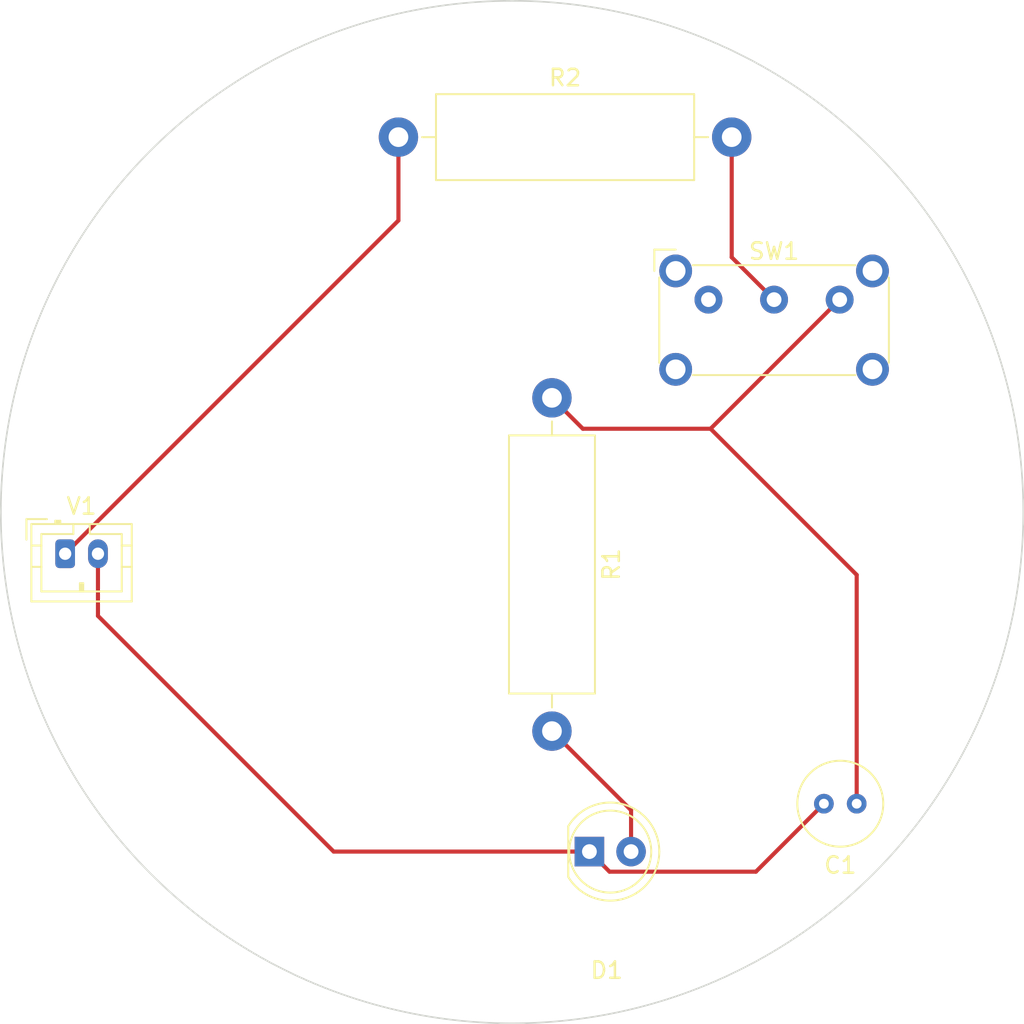
<source format=kicad_pcb>
(kicad_pcb (version 20211014) (generator pcbnew)
  (layers (0 "F.Cu" signal) (31 "B.Cu" signal) (34 "B.Paste" user) (35 "F.Paste" user) (36 "B.SilkS" user "B.Silkscreen") (37 "F.SilkS" user "F.Silkscreen") (38 "B.Mask" user) (39 "F.Mask" user) (44 "Edge.Cuts" user))
  (net 0 "")
  (net 1 "Net-(C1-Pad1)")
  (net 2 "Net-(C1-Pad2)")
  (net 3 "Net-(D1-Pad2)")
  (net 4 "Net-(R2-Pad1)")
  (net 5 "Net-(R2-Pad2)")
  (footprint "Resistor_THT:R_Axial_DIN0516_L15.5mm_D5.0mm_P20.32mm_Horizontal" (layer "F.Cu") (at 129.54 68.58)
    (fp_text reference "R2" (at 10.16 -3.62) (layer "F.SilkS"))
    (fp_text value "2.2K")
    (fp_line (start 18.88 0) (end 18.03 0) (layer "F.SilkS") (width 0.12))
    (fp_line (start 2.29 2.62) (end 18.03 2.62) (layer "F.SilkS") (width 0.12))
    (fp_line (start 18.03 -2.62) (end 2.29 -2.62) (layer "F.SilkS") (width 0.12))
    (fp_line (start 2.29 -2.62) (end 2.29 2.62) (layer "F.SilkS") (width 0.12))
    (fp_line (start 18.03 2.62) (end 18.03 -2.62) (layer "F.SilkS") (width 0.12))
    (fp_line (start 1.44 0) (end 2.29 0) (layer "F.SilkS") (width 0.12))
    (pad "1" thru_hole circle (at 0 0) (size 2.4 2.4) (drill 1.2) (layers *.Cu *.Mask) (net 4 "Net-(R2-Pad1)"))
    (pad "2" thru_hole oval (at 20.32 0) (size 2.4 2.4) (drill 1.2) (layers *.Cu *.Mask) (net 5 "Net-(R2-Pad2)"))
  )
  (footprint "LED_THT:LED_D5.0mm" (layer "F.Cu") (at 141.183988 112.140433)
    (fp_text reference "D1" (at 1.056012 7.239567) (layer "F.SilkS"))
    (fp_text value "LED")
    (fp_line (start -1.29 -1.545) (end -1.29 1.545) (layer "F.SilkS") (width 0.12))
    (fp_arc (start 4.26 -0.000462) (mid 2.072002 2.880433) (end -1.29 1.54483) (layer "F.SilkS") (width 0.12))
    (fp_arc (start -1.29 -1.54483) (mid 2.072002 -2.880433) (end 4.26 0.000462) (layer "F.SilkS") (width 0.12))
    (fp_circle (center 1.27 0) (end 3.77 0) (layer "F.SilkS") (width 0.12) (fill none))
    (pad "1" thru_hole rect (at 0 0) (size 1.8 1.8) (drill 0.9) (layers *.Cu *.Mask) (net 2 "Net-(C1-Pad2)"))
    (pad "2" thru_hole circle (at 2.54 0) (size 1.8 1.8) (drill 0.9) (layers *.Cu *.Mask) (net 3 "Net-(D1-Pad2)"))
  )
  (footprint "Button_Switch_THT:SW_E-Switch_EG1224_SPDT_Angled" (layer "F.Cu") (at 148.4425 78.4875)
    (fp_text reference "SW1" (at 4 -2.95) (layer "F.SilkS"))
    (fp_text value "SW_SPDT")
    (fp_line (start -0.95 -2.1) (end 8.95 -2.1) (layer "F.SilkS") (width 0.12))
    (fp_line (start 8.95 4.6) (end -0.95 4.6) (layer "F.SilkS") (width 0.12))
    (fp_line (start -3.3 -3.05) (end -2 -3.05) (layer "F.SilkS") (width 0.12))
    (fp_line (start 11 -1.35) (end 11 3.85) (layer "F.SilkS") (width 0.12))
    (fp_line (start -3.3 -1.75) (end -3.3 -3.05) (layer "F.SilkS") (width 0.12))
    (fp_line (start -3 3.85) (end -3 -1.35) (layer "F.SilkS") (width 0.12))
    (pad "" thru_hole circle (at 10 4.25) (size 2 2) (drill 1.2) (layers *.Cu *.Mask))
    (pad "" thru_hole circle (at -2 4.25) (size 2 2) (drill 1.2) (layers *.Cu *.Mask))
    (pad "" thru_hole circle (at -2 -1.75) (size 2 2) (drill 1.2) (layers *.Cu *.Mask))
    (pad "" thru_hole circle (at 10 -1.75) (size 2 2) (drill 1.2) (layers *.Cu *.Mask))
    (pad "1" thru_hole circle (at 0 0) (size 1.7 1.7) (drill 0.9) (layers *.Cu *.Mask))
    (pad "2" thru_hole circle (at 4 0) (size 1.7 1.7) (drill 0.9) (layers *.Cu *.Mask) (net 5 "Net-(R2-Pad2)"))
    (pad "3" thru_hole circle (at 8 0) (size 1.7 1.7) (drill 0.9) (layers *.Cu *.Mask) (net 1 "Net-(C1-Pad1)"))
  )
  (footprint "Capacitor_THT:C_Radial_D5.0mm_H5.0mm_P2.00mm" (layer "F.Cu") (at 157.48 109.22 180)
    (fp_text reference "C1" (at 1 -3.75) (layer "F.SilkS"))
    (fp_text value "4.7 uF")
    (fp_circle (center 1 0) (end 3.62 0) (layer "F.SilkS") (width 0.12) (fill none))
    (pad "1" thru_hole circle (at 0 0 180) (size 1.2 1.2) (drill 0.6) (layers *.Cu *.Mask) (net 1 "Net-(C1-Pad1)"))
    (pad "2" thru_hole circle (at 2 0 180) (size 1.2 1.2) (drill 0.6) (layers *.Cu *.Mask) (net 2 "Net-(C1-Pad2)"))
  )
  (footprint "Resistor_THT:R_Axial_DIN0516_L15.5mm_D5.0mm_P20.32mm_Horizontal" (layer "F.Cu") (at 138.900016 84.474925 -90)
    (fp_text reference "R1" (at 10.16 -3.62 90) (layer "F.SilkS"))
    (fp_text value "20K")
    (fp_line (start 2.29 2.62) (end 18.03 2.62) (layer "F.SilkS") (width 0.12))
    (fp_line (start 18.88 0) (end 18.03 0) (layer "F.SilkS") (width 0.12))
    (fp_line (start 18.03 -2.62) (end 2.29 -2.62) (layer "F.SilkS") (width 0.12))
    (fp_line (start 1.44 0) (end 2.29 0) (layer "F.SilkS") (width 0.12))
    (fp_line (start 2.29 -2.62) (end 2.29 2.62) (layer "F.SilkS") (width 0.12))
    (fp_line (start 18.03 2.62) (end 18.03 -2.62) (layer "F.SilkS") (width 0.12))
    (pad "1" thru_hole circle (at 0 0 270) (size 2.4 2.4) (drill 1.2) (layers *.Cu *.Mask) (net 1 "Net-(C1-Pad1)"))
    (pad "2" thru_hole oval (at 20.32 0 270) (size 2.4 2.4) (drill 1.2) (layers *.Cu *.Mask) (net 3 "Net-(D1-Pad2)"))
  )
  (footprint "Connector_JST:JST_PH_B2B-PH-K_1x02_P2.00mm_Vertical" (layer "F.Cu") (at 109.22 93.98)
    (fp_text reference "V1" (at 1 -2.9) (layer "F.SilkS"))
    (fp_text value "9 V")
    (fp_line (start -2.06 -0.5) (end -1.45 -0.5) (layer "F.SilkS") (width 0.12))
    (fp_line (start -1.11 -2.11) (end -2.36 -2.11) (layer "F.SilkS") (width 0.12))
    (fp_line (start 0.9 1.8) (end 1.1 1.8) (layer "F.SilkS") (width 0.12))
    (fp_line (start 4.06 0.8) (end 3.45 0.8) (layer "F.SilkS") (width 0.12))
    (fp_line (start 4.06 2.91) (end 4.06 -1.81) (layer "F.SilkS") (width 0.12))
    (fp_line (start 0.5 -1.81) (end 0.5 -1.2) (layer "F.SilkS") (width 0.12))
    (fp_line (start 1.1 1.8) (end 1.1 2.3) (layer "F.SilkS") (width 0.12))
    (fp_line (start 3.45 -1.2) (end 1.5 -1.2) (layer "F.SilkS") (width 0.12))
    (fp_line (start 3.45 2.3) (end 3.45 -1.2) (layer "F.SilkS") (width 0.12))
    (fp_line (start -0.6 -2.01) (end -0.6 -1.81) (layer "F.SilkS") (width 0.12))
    (fp_line (start 1 2.3) (end 1 1.8) (layer "F.SilkS") (width 0.12))
    (fp_line (start 0.5 -1.2) (end -1.45 -1.2) (layer "F.SilkS") (width 0.12))
    (fp_line (start 1.5 -1.2) (end 1.5 -1.81) (layer "F.SilkS") (width 0.12))
    (fp_line (start -2.06 2.91) (end 4.06 2.91) (layer "F.SilkS") (width 0.12))
    (fp_line (start -0.3 -2.01) (end -0.6 -2.01) (layer "F.SilkS") (width 0.12))
    (fp_line (start 0.9 2.3) (end 0.9 1.8) (layer "F.SilkS") (width 0.12))
    (fp_line (start -0.3 -1.91) (end -0.6 -1.91) (layer "F.SilkS") (width 0.12))
    (fp_line (start -1.45 -1.2) (end -1.45 2.3) (layer "F.SilkS") (width 0.12))
    (fp_line (start 4.06 -0.5) (end 3.45 -0.5) (layer "F.SilkS") (width 0.12))
    (fp_line (start -2.06 0.8) (end -1.45 0.8) (layer "F.SilkS") (width 0.12))
    (fp_line (start -2.06 -1.81) (end -2.06 2.91) (layer "F.SilkS") (width 0.12))
    (fp_line (start -2.36 -2.11) (end -2.36 -0.86) (layer "F.SilkS") (width 0.12))
    (fp_line (start 4.06 -1.81) (end -2.06 -1.81) (layer "F.SilkS") (width 0.12))
    (fp_line (start -1.45 2.3) (end 3.45 2.3) (layer "F.SilkS") (width 0.12))
    (fp_line (start -0.3 -1.81) (end -0.3 -2.01) (layer "F.SilkS") (width 0.12))
    (pad "1" thru_hole roundrect (at 0 0) (size 1.2 1.75) (drill 0.75) (layers *.Cu *.Mask) (roundrect_rratio 0.208333) (net 4 "Net-(R2-Pad1)"))
    (pad "2" thru_hole oval (at 2 0) (size 1.2 1.75) (drill 0.75) (layers *.Cu *.Mask) (net 2 "Net-(C1-Pad2)"))
  )
  (gr_circle (center 136.468717 91.44) (end 163.660468 106.68) (layer "Edge.Cuts") (width 0.1) (fill none))
  (segment (start 157.48 95.27) (end 148.57 86.36) (width 0.25) (layer "F.Cu") (net 1))
  (segment (start 157.48 109.22) (end 157.48 95.27) (width 0.25) (layer "F.Cu") (net 1))
  (segment (start 140.785091 86.36) (end 148.57 86.36) (width 0.25) (layer "F.Cu") (net 1))
  (segment (start 148.57 86.36) (end 156.4425 78.4875) (width 0.25) (layer "F.Cu") (net 1))
  (segment (start 138.900016 84.474925) (end 140.785091 86.36) (width 0.25) (layer "F.Cu") (net 1))
  (segment (start 141.183988 112.140433) (end 125.59226 112.140433) (width 0.25) (layer "F.Cu") (net 2))
  (segment (start 151.334567 113.365433) (end 142.408988 113.365433) (width 0.25) (layer "F.Cu") (net 2))
  (segment (start 111.22 97.768173) (end 111.22 93.98) (width 0.25) (layer "F.Cu") (net 2))
  (segment (start 155.48 109.22) (end 151.334567 113.365433) (width 0.25) (layer "F.Cu") (net 2))
  (segment (start 142.408988 113.365433) (end 141.183988 112.140433) (width 0.25) (layer "F.Cu") (net 2))
  (segment (start 125.59226 112.140433) (end 111.22 97.768173) (width 0.25) (layer "F.Cu") (net 2))
  (segment (start 138.900016 104.794925) (end 143.723988 109.618897) (width 0.25) (layer "F.Cu") (net 3))
  (segment (start 143.723988 109.618897) (end 143.723988 112.140433) (width 0.25) (layer "F.Cu") (net 3))
  (segment (start 129.54 73.66) (end 129.54 68.58) (width 0.25) (layer "F.Cu") (net 4))
  (segment (start 109.22 93.98) (end 129.54 73.66) (width 0.25) (layer "F.Cu") (net 4))
  (segment (start 149.86 75.905) (end 152.4425 78.4875) (width 0.25) (layer "F.Cu") (net 5))
  (segment (start 149.86 68.58) (end 149.86 75.905) (width 0.25) (layer "F.Cu") (net 5))
)
</source>
